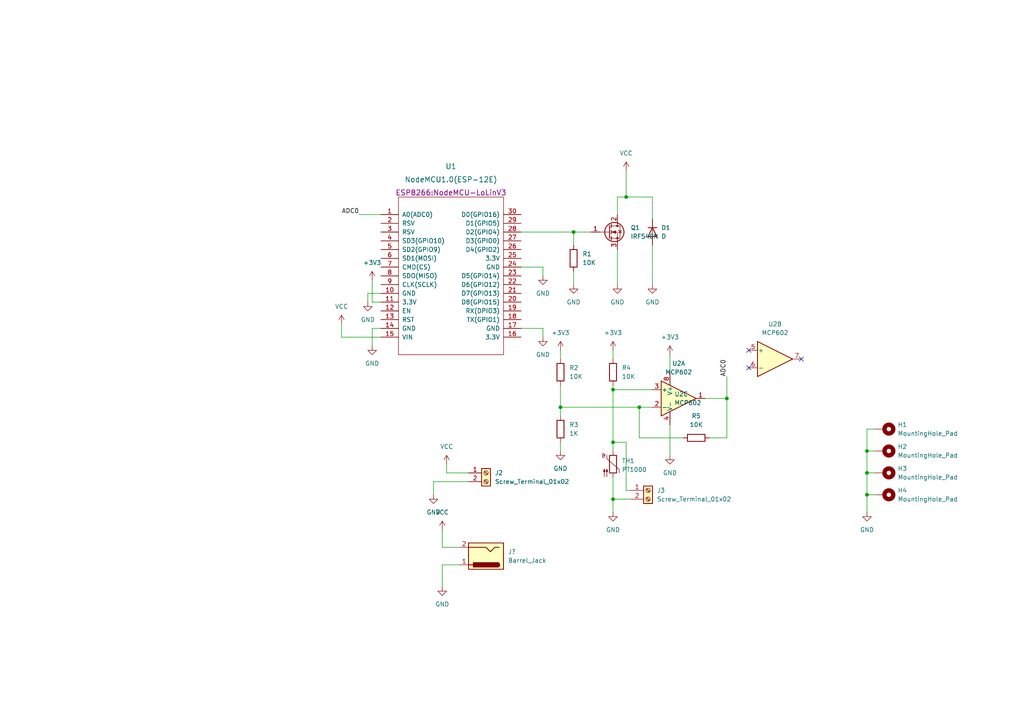
<source format=kicad_sch>
(kicad_sch (version 20211123) (generator eeschema)
  (paper "A4")
  (lib_symbols
    (symbol "Amplifier_Operational:MCP602" (pin_names (offset 0.127))
      (property "Reference" "U" (at 0 5.08 0))
      (property "Value" "MCP602" (at 0 -5.08 0))
      (symbol "MCP602_1_1"
        (polyline (pts (xy -5.08 5.08) (xy 5.08 0) (xy -5.08 -5.08) (xy -5.08 5.08)) (stroke (width 0.254)) (fill (type background)))
        (pin output line (at 7.62 0 180) (length 2.54) (name "~") (number "1"))
        (pin input line (at -7.62 -2.54 0) (length 2.54) (name "-") (number "2"))
        (pin input line (at -7.62 2.54 0) (length 2.54) (name "+") (number "3"))
      )
      (symbol "MCP602_2_1"
        (polyline (pts (xy -5.08 5.08) (xy 5.08 0) (xy -5.08 -5.08) (xy -5.08 5.08)) (stroke (width 0.254)) (fill (type background)))
        (pin input line (at -7.62 2.54 0) (length 2.54) (name "+") (number "5"))
        (pin input line (at -7.62 -2.54 0) (length 2.54) (name "-") (number "6"))
        (pin output line (at 7.62 0 180) (length 2.54) (name "~") (number "7"))
      )
      (symbol "MCP602_3_1"
        (pin power_in line (at -2.54 -7.62 90) (length 3.81) (name "V-") (number "4"))
        (pin power_in line (at -2.54 7.62 270) (length 3.81) (name "V+") (number "8"))
      )
    )
    (symbol "Connector:Barrel_Jack" (pin_names (offset 1.016))
      (property "Reference" "J" (at 0 5.334 0))
      (property "Value" "Barrel_Jack" (at 0 -5.08 0))
      (symbol "Barrel_Jack_0_1"
        (rectangle (start -5.08 3.81) (end 5.08 -3.81) (stroke (width 0.254)) (fill (type background)))
        (arc (start -3.302 3.175) (mid -3.937 2.54) (end -3.302 1.905) (stroke (width 0.254)))
        (arc (start -3.302 3.175) (mid -3.937 2.54) (end -3.302 1.905) (stroke (width 0.254)) (fill (type outline)))
        (polyline (pts (xy 5.08 2.54) (xy 3.81 2.54)) (stroke (width 0.254)))
        (polyline (pts (xy -3.81 -2.54) (xy -2.54 -2.54) (xy -1.27 -1.27) (xy 0 -2.54) (xy 2.54 -2.54) (xy 5.08 -2.54)) (stroke (width 0.254)))
        (rectangle (start 3.683 3.175) (end -3.302 1.905) (stroke (width 0.254)) (fill (type outline)))
      )
      (symbol "Barrel_Jack_1_1"
        (pin passive line (at 7.62 2.54 180) (length 2.54) (name "~") (number "1"))
        (pin passive line (at 7.62 -2.54 180) (length 2.54) (name "~") (number "2"))
      )
    )
    (symbol "Connector:Screw_Terminal_01x02" (pin_names (offset 1.016) hide)
      (property "Reference" "J" (at 0 2.54 0))
      (property "Value" "Screw_Terminal_01x02" (at 0 -5.08 0))
      (symbol "Screw_Terminal_01x02_1_1"
        (rectangle (start -1.27 1.27) (end 1.27 -3.81) (stroke (width 0.254)) (fill (type background)))
        (circle (center 0 -2.54) (radius 0.635) (stroke (width 0.1524)))
        (polyline (pts (xy -0.5334 -2.2098) (xy 0.3302 -3.048)) (stroke (width 0.1524)))
        (polyline (pts (xy -0.5334 0.3302) (xy 0.3302 -0.508)) (stroke (width 0.1524)))
        (polyline (pts (xy -0.3556 -2.032) (xy 0.508 -2.8702)) (stroke (width 0.1524)))
        (polyline (pts (xy -0.3556 0.508) (xy 0.508 -0.3302)) (stroke (width 0.1524)))
        (circle (center 0 0) (radius 0.635) (stroke (width 0.1524)))
        (pin passive line (at -5.08 0 0) (length 3.81) (name "Pin_1") (number "1"))
        (pin passive line (at -5.08 -2.54 0) (length 3.81) (name "Pin_2") (number "2"))
      )
    )
    (symbol "Device:D" (pin_numbers hide) (pin_names (offset 1.016) hide)
      (property "Reference" "D" (at 0 2.54 0))
      (property "Value" "D" (at 0 -2.54 0))
      (symbol "D_0_1"
        (polyline (pts (xy -1.27 1.27) (xy -1.27 -1.27)) (stroke (width 0.254)))
        (polyline (pts (xy 1.27 0) (xy -1.27 0)))
        (polyline (pts (xy 1.27 1.27) (xy 1.27 -1.27) (xy -1.27 0) (xy 1.27 1.27)) (stroke (width 0.254)))
      )
      (symbol "D_1_1"
        (pin passive line (at -3.81 0 0) (length 2.54) (name "K") (number "1"))
        (pin passive line (at 3.81 0 180) (length 2.54) (name "A") (number "2"))
      )
    )
    (symbol "Device:R" (pin_numbers hide) (pin_names (offset 0))
      (property "Reference" "R" (at 2.032 0 90))
      (property "Value" "R" (at 0 0 90))
      (symbol "R_0_1"
        (rectangle (start -1.016 -2.54) (end 1.016 2.54) (stroke (width 0.254)))
      )
      (symbol "R_1_1"
        (pin passive line (at 0 3.81 270) (length 1.27) (name "~") (number "1"))
        (pin passive line (at 0 -3.81 90) (length 1.27) (name "~") (number "2"))
      )
    )
    (symbol "ESP8266:NodeMCU1.0(ESP-12E)" (pin_names (offset 1.016))
      (property "Reference" "U" (at 0 21.59 0))
      (property "Value" "NodeMCU1.0(ESP-12E)" (at 0 -21.59 0))
      (symbol "NodeMCU1.0(ESP-12E)_0_1"
        (rectangle (start -15.24 -22.86) (end 15.24 22.86))
      )
      (symbol "NodeMCU1.0(ESP-12E)_1_1"
        (pin input line (at -20.32 17.78 0) (length 5.08) (name "A0(ADC0)") (number "1"))
        (pin input line (at -20.32 -5.08 0) (length 5.08) (name "GND") (number "10"))
        (pin input line (at -20.32 -7.62 0) (length 5.08) (name "3.3V") (number "11"))
        (pin input line (at -20.32 -10.16 0) (length 5.08) (name "EN") (number "12"))
        (pin input line (at -20.32 -12.7 0) (length 5.08) (name "RST") (number "13"))
        (pin input line (at -20.32 -15.24 0) (length 5.08) (name "GND") (number "14"))
        (pin input line (at -20.32 -17.78 0) (length 5.08) (name "VIN") (number "15"))
        (pin input line (at 20.32 -17.78 180) (length 5.08) (name "3.3V") (number "16"))
        (pin input line (at 20.32 -15.24 180) (length 5.08) (name "GND") (number "17"))
        (pin input line (at 20.32 -12.7 180) (length 5.08) (name "TX(GPIO1)") (number "18"))
        (pin input line (at 20.32 -10.16 180) (length 5.08) (name "RX(DPIO3)") (number "19"))
        (pin input line (at -20.32 15.24 0) (length 5.08) (name "RSV") (number "2"))
        (pin input line (at 20.32 -7.62 180) (length 5.08) (name "D8(GPIO15)") (number "20"))
        (pin input line (at 20.32 -5.08 180) (length 5.08) (name "D7(GPIO13)") (number "21"))
        (pin input line (at 20.32 -2.54 180) (length 5.08) (name "D6(GPIO12)") (number "22"))
        (pin input line (at 20.32 0 180) (length 5.08) (name "D5(GPIO14)") (number "23"))
        (pin input line (at 20.32 2.54 180) (length 5.08) (name "GND") (number "24"))
        (pin input line (at 20.32 5.08 180) (length 5.08) (name "3.3V") (number "25"))
        (pin input line (at 20.32 7.62 180) (length 5.08) (name "D4(GPIO2)") (number "26"))
        (pin input line (at 20.32 10.16 180) (length 5.08) (name "D3(GPIO0)") (number "27"))
        (pin input line (at 20.32 12.7 180) (length 5.08) (name "D2(GPIO4)") (number "28"))
        (pin input line (at 20.32 15.24 180) (length 5.08) (name "D1(GPIO5)") (number "29"))
        (pin input line (at -20.32 12.7 0) (length 5.08) (name "RSV") (number "3"))
        (pin input line (at 20.32 17.78 180) (length 5.08) (name "D0(GPIO16)") (number "30"))
        (pin input line (at -20.32 10.16 0) (length 5.08) (name "SD3(GPIO10)") (number "4"))
        (pin input line (at -20.32 7.62 0) (length 5.08) (name "SD2(GPIO9)") (number "5"))
        (pin input line (at -20.32 5.08 0) (length 5.08) (name "SD1(MOSI)") (number "6"))
        (pin input line (at -20.32 2.54 0) (length 5.08) (name "CMD(CS)") (number "7"))
        (pin input line (at -20.32 0 0) (length 5.08) (name "SDO(MISO)") (number "8"))
        (pin input line (at -20.32 -2.54 0) (length 5.08) (name "CLK(SCLK)") (number "9"))
      )
    )
    (symbol "Mechanical:MountingHole_Pad" (pin_numbers hide) (pin_names (offset 1.016) hide)
      (property "Reference" "H" (at 0 6.35 0))
      (property "Value" "MountingHole_Pad" (at 0 4.445 0))
      (symbol "MountingHole_Pad_0_1"
        (circle (center 0 1.27) (radius 1.27) (stroke (width 1.27)))
      )
      (symbol "MountingHole_Pad_1_1"
        (pin input line (at 0 -2.54 90) (length 2.54) (name "1") (number "1"))
      )
    )
    (symbol "Sensor_Temperature:PT1000" (pin_numbers hide) (pin_names (offset 0))
      (property "Reference" "TH" (at -4.445 0 90))
      (property "Value" "PT1000" (at 3.175 0 90))
      (symbol "PT1000_0_1"
        (arc (start -3.048 2.159) (mid -3.0495 2.3143) (end -3.175 2.413))
        (arc (start -3.048 2.159) (mid -2.9736 1.9794) (end -2.794 1.905))
        (arc (start -3.048 2.794) (mid -2.9736 2.6144) (end -2.794 2.54))
        (arc (start -2.794 1.905) (mid -2.6144 1.9794) (end -2.54 2.159))
        (arc (start -2.794 2.54) (mid -2.4393 2.5587) (end -2.159 2.794))
        (arc (start -2.794 3.048) (mid -2.9736 2.9736) (end -3.048 2.794))
        (arc (start -2.54 2.794) (mid -2.6144 2.9736) (end -2.794 3.048))
        (rectangle (start -1.016 2.54) (end 1.016 -2.54) (stroke (width 0.254)))
        (polyline (pts (xy -2.54 2.159) (xy -2.54 2.794)))
        (polyline (pts (xy -1.778 2.54) (xy -1.778 1.524) (xy 1.778 -1.524) (xy 1.778 -2.54)))
        (polyline (pts (xy -2.54 -3.683) (xy -2.54 -1.397) (xy -2.794 -2.159) (xy -2.286 -2.159) (xy -2.54 -1.397) (xy -2.54 -1.651)) (fill (type outline)))
        (polyline (pts (xy -1.778 -3.683) (xy -1.778 -1.397) (xy -2.032 -2.159) (xy -1.524 -2.159) (xy -1.778 -1.397) (xy -1.778 -1.651)) (fill (type outline)))
      )
      (symbol "PT1000_1_1"
        (pin passive line (at 0 3.81 270) (length 1.27) (name "~") (number "1"))
        (pin passive line (at 0 -3.81 90) (length 1.27) (name "~") (number "2"))
      )
    )
    (symbol "Transistor_FET:IRF540N" (pin_names hide)
      (property "Reference" "Q" (at 6.35 1.905 0))
      (property "Value" "IRF540N" (at 6.35 0 0))
      (symbol "IRF540N_0_1"
        (polyline (pts (xy 0.254 0) (xy -2.54 0)))
        (polyline (pts (xy 0.254 1.905) (xy 0.254 -1.905)) (stroke (width 0.254)))
        (polyline (pts (xy 0.762 -1.27) (xy 0.762 -2.286)) (stroke (width 0.254)))
        (polyline (pts (xy 0.762 0.508) (xy 0.762 -0.508)) (stroke (width 0.254)))
        (polyline (pts (xy 0.762 2.286) (xy 0.762 1.27)) (stroke (width 0.254)))
        (polyline (pts (xy 2.54 2.54) (xy 2.54 1.778)))
        (polyline (pts (xy 2.54 -2.54) (xy 2.54 0) (xy 0.762 0)))
        (polyline (pts (xy 0.762 -1.778) (xy 3.302 -1.778) (xy 3.302 1.778) (xy 0.762 1.778)))
        (polyline (pts (xy 1.016 0) (xy 2.032 0.381) (xy 2.032 -0.381) (xy 1.016 0)) (fill (type outline)))
        (polyline (pts (xy 2.794 0.508) (xy 2.921 0.381) (xy 3.683 0.381) (xy 3.81 0.254)))
        (polyline (pts (xy 3.302 0.381) (xy 2.921 -0.254) (xy 3.683 -0.254) (xy 3.302 0.381)))
        (circle (center 1.651 0) (radius 2.794) (stroke (width 0.254)))
        (circle (center 2.54 -1.778) (radius 0.254) (fill (type outline)))
        (circle (center 2.54 1.778) (radius 0.254) (fill (type outline)))
      )
      (symbol "IRF540N_1_1"
        (pin input line (at -5.08 0 0) (length 2.54) (name "G") (number "1"))
        (pin passive line (at 2.54 5.08 270) (length 2.54) (name "D") (number "2"))
        (pin passive line (at 2.54 -5.08 90) (length 2.54) (name "S") (number "3"))
      )
    )
    (symbol "power:+3V3" (power) (pin_names (offset 0))
      (property "Value" "+3V3" (at 0 3.556 0))
      (symbol "+3V3_0_1"
        (polyline (pts (xy -0.762 1.27) (xy 0 2.54)))
        (polyline (pts (xy 0 0) (xy 0 2.54)))
        (polyline (pts (xy 0 2.54) (xy 0.762 1.27)))
      )
      (symbol "+3V3_1_1"
        (pin power_in line (at 0 0 90) (length 0) hide (name "+3V3") (number "1"))
      )
    )
    (symbol "power:GND" (power) (pin_names (offset 0))
      (property "Value" "GND" (at 0 -3.81 0))
      (symbol "GND_0_1"
        (polyline (pts (xy 0 0) (xy 0 -1.27) (xy 1.27 -1.27) (xy 0 -2.54) (xy -1.27 -1.27) (xy 0 -1.27)))
      )
      (symbol "GND_1_1"
        (pin power_in line (at 0 0 270) (length 0) hide (name "GND") (number "1"))
      )
    )
    (symbol "power:VCC" (power) (pin_names (offset 0))
      (property "Value" "VCC" (at 0 3.81 0))
      (symbol "VCC_0_1"
        (polyline (pts (xy -0.762 1.27) (xy 0 2.54)))
        (polyline (pts (xy 0 0) (xy 0 2.54)))
        (polyline (pts (xy 0 2.54) (xy 0.762 1.27)))
      )
      (symbol "VCC_1_1"
        (pin power_in line (at 0 0 90) (length 0) hide (name "VCC") (number "1"))
      )
    )
  )
  (junction (at 177.8 128.27))
  (junction (at 162.56 118.11))
  (junction (at 251.46 137.16))
  (junction (at 210.82 115.57))
  (junction (at 181.61 57.15))
  (junction (at 177.8 113.03))
  (junction (at 185.42 118.11))
  (junction (at 251.46 143.51))
  (junction (at 177.8 144.78))
  (junction (at 251.46 130.81))
  (junction (at 166.37 67.31))
  (no_connect (at 217.17 101.6))
  (no_connect (at 217.17 106.68))
  (no_connect (at 232.41 104.14))
  (wire (pts (xy 166.37 78.74) (xy 166.37 82.55)))
  (wire (pts (xy 171.45 67.31) (xy 166.37 67.31)))
  (wire (pts (xy 177.8 111.76) (xy 177.8 113.03)))
  (wire (pts (xy 151.13 67.31) (xy 166.37 67.31)))
  (wire (pts (xy 181.61 57.15) (xy 189.23 57.15)))
  (wire (pts (xy 162.56 118.11) (xy 185.42 118.11)))
  (wire (pts (xy 177.8 144.78) (xy 182.88 144.78)))
  (wire (pts (xy 251.46 143.51) (xy 251.46 137.16)))
  (wire (pts (xy 125.73 139.7) (xy 125.73 143.51)))
  (wire (pts (xy 99.06 93.98) (xy 99.06 97.79)))
  (wire (pts (xy 251.46 143.51) (xy 254 143.51)))
  (wire (pts (xy 128.27 158.75) (xy 133.35 158.75)))
  (wire (pts (xy 181.61 142.24) (xy 181.61 128.27)))
  (wire (pts (xy 185.42 118.11) (xy 189.23 118.11)))
  (wire (pts (xy 251.46 130.81) (xy 254 130.81)))
  (wire (pts (xy 177.8 144.78) (xy 177.8 148.59)))
  (wire (pts (xy 251.46 124.46) (xy 254 124.46)))
  (wire (pts (xy 181.61 49.53) (xy 181.61 57.15)))
  (wire (pts (xy 128.27 170.18) (xy 128.27 163.83)))
  (wire (pts (xy 179.07 57.15) (xy 181.61 57.15)))
  (wire (pts (xy 157.48 80.01) (xy 157.48 77.47)))
  (wire (pts (xy 106.68 85.09) (xy 110.49 85.09)))
  (wire (pts (xy 166.37 67.31) (xy 166.37 71.12)))
  (wire (pts (xy 251.46 137.16) (xy 251.46 130.81)))
  (wire (pts (xy 162.56 118.11) (xy 162.56 120.65)))
  (wire (pts (xy 210.82 115.57) (xy 210.82 127)))
  (wire (pts (xy 177.8 138.43) (xy 177.8 144.78)))
  (wire (pts (xy 107.95 100.33) (xy 107.95 95.25)))
  (wire (pts (xy 104.14 62.23) (xy 110.49 62.23)))
  (wire (pts (xy 189.23 71.12) (xy 189.23 82.55)))
  (wire (pts (xy 177.8 101.6) (xy 177.8 104.14)))
  (wire (pts (xy 129.54 134.62) (xy 129.54 137.16)))
  (wire (pts (xy 181.61 128.27) (xy 177.8 128.27)))
  (wire (pts (xy 177.8 128.27) (xy 177.8 130.81)))
  (wire (pts (xy 135.89 139.7) (xy 125.73 139.7)))
  (wire (pts (xy 129.54 137.16) (xy 135.89 137.16)))
  (wire (pts (xy 251.46 130.81) (xy 251.46 124.46)))
  (wire (pts (xy 107.95 87.63) (xy 110.49 87.63)))
  (wire (pts (xy 198.12 127) (xy 185.42 127)))
  (wire (pts (xy 210.82 109.22) (xy 210.82 115.57)))
  (wire (pts (xy 189.23 57.15) (xy 189.23 63.5)))
  (wire (pts (xy 185.42 127) (xy 185.42 118.11)))
  (wire (pts (xy 106.68 87.63) (xy 106.68 85.09)))
  (wire (pts (xy 177.8 113.03) (xy 189.23 113.03)))
  (wire (pts (xy 162.56 128.27) (xy 162.56 130.81)))
  (wire (pts (xy 107.95 81.28) (xy 107.95 87.63)))
  (wire (pts (xy 128.27 153.67) (xy 128.27 158.75)))
  (wire (pts (xy 162.56 101.6) (xy 162.56 104.14)))
  (wire (pts (xy 179.07 62.23) (xy 179.07 57.15)))
  (wire (pts (xy 194.31 102.87) (xy 194.31 107.95)))
  (wire (pts (xy 157.48 77.47) (xy 151.13 77.47)))
  (wire (pts (xy 99.06 97.79) (xy 110.49 97.79)))
  (wire (pts (xy 194.31 123.19) (xy 194.31 132.08)))
  (wire (pts (xy 128.27 163.83) (xy 133.35 163.83)))
  (wire (pts (xy 204.47 115.57) (xy 210.82 115.57)))
  (wire (pts (xy 162.56 111.76) (xy 162.56 118.11)))
  (wire (pts (xy 107.95 95.25) (xy 110.49 95.25)))
  (wire (pts (xy 182.88 142.24) (xy 181.61 142.24)))
  (wire (pts (xy 177.8 113.03) (xy 177.8 128.27)))
  (wire (pts (xy 251.46 137.16) (xy 254 137.16)))
  (wire (pts (xy 179.07 72.39) (xy 179.07 82.55)))
  (wire (pts (xy 251.46 148.59) (xy 251.46 143.51)))
  (wire (pts (xy 210.82 127) (xy 205.74 127)))
  (wire (pts (xy 157.48 97.79) (xy 157.48 95.25)))
  (wire (pts (xy 157.48 95.25) (xy 151.13 95.25)))
  (label "ADC0" (at 104.14 62.23 180))
  (label "ADC0" (at 210.82 109.22 90))
  (symbol (lib_id "power:VCC") (at 129.54 134.62 0) (unit 1)
    (property "Reference" "#PWR0105" (effects hide))
    (property "Value" "VCC" (at 129.54 129.54 0))
  )
  (symbol (lib_id "Device:R") (at 162.56 124.46 0) (unit 1)
    (property "Reference" "R3" (at 165.1 123.1899 0) (effects (justify left)))
    (property "Value" "1K" (at 165.1 125.7299 0) (effects (justify left)))
    (property "Footprint" "Resistor_THT:R_Axial_DIN0207_L6.3mm_D2.5mm_P7.62mm_Horizontal" (effects hide))
  )
  (symbol (lib_id "Connector:Screw_Terminal_01x02") (at 187.96 142.24 0) (unit 1)
    (property "Reference" "J3" (at 190.5 142.2399 0) (effects (justify left)))
    (property "Value" "Screw_Terminal_01x02" (at 190.5 144.7799 0) (effects (justify left)))
    (property "Footprint" "TerminalBlock_Phoenix:TerminalBlock_Phoenix_MKDS-1,5-2-5.08_1x02_P5.08mm_Horizontal" (effects hide))
  )
  (symbol (lib_id "Device:R") (at 162.56 107.95 0) (unit 1)
    (property "Reference" "R2" (at 165.1 106.6799 0) (effects (justify left)))
    (property "Value" "10K" (at 165.1 109.2199 0) (effects (justify left)))
    (property "Footprint" "Resistor_THT:R_Axial_DIN0207_L6.3mm_D2.5mm_P7.62mm_Horizontal" (effects hide))
  )
  (symbol (lib_id "power:+3V3") (at 177.8 101.6 0) (unit 1)
    (property "Reference" "#PWR0114" (effects hide))
    (property "Value" "+3V3" (at 177.8 96.52 0))
  )
  (symbol (lib_id "power:GND") (at 107.95 100.33 0) (unit 1)
    (property "Reference" "#PWR0106" (effects hide))
    (property "Value" "GND" (at 107.95 105.41 0))
  )
  (symbol (lib_id "power:+3V3") (at 107.95 81.28 0) (unit 1)
    (property "Reference" "#PWR0111" (effects hide))
    (property "Value" "+3V3" (at 107.95 76.2 0))
  )
  (symbol (lib_id "power:GND") (at 194.31 132.08 0) (unit 1)
    (property "Reference" "#PWR0116" (effects hide))
    (property "Value" "GND" (at 194.31 137.16 0))
  )
  (symbol (lib_id "Sensor_Temperature:PT1000") (at 177.8 134.62 0) (unit 1)
    (property "Reference" "TH1" (at 180.34 133.6674 0) (effects (justify left)))
    (property "Value" "PT1000" (at 180.34 136.2074 0) (effects (justify left)))
    (property "Footprint" "Package_TO_SOT_THT:TO-92-2" (effects hide))
    (property "Datasheet" "https://www.heraeus.com/media/media/group/doc_group/products_1/hst/sot_to/de_15/to_92_d.pdf" (effects hide))
  )
  (symbol (lib_id "Mechanical:MountingHole_Pad") (at 256.54 137.16 270) (unit 1)
    (property "Reference" "H3" (at 260.35 135.8899 90) (effects (justify left)))
    (property "Value" "MountingHole_Pad" (at 260.35 138.4299 90) (effects (justify left)))
    (property "Footprint" "MountingHole:MountingHole_3.2mm_M3_Pad_Via" (effects hide))
  )
  (symbol (lib_id "Mechanical:MountingHole_Pad") (at 256.54 124.46 270) (unit 1)
    (property "Reference" "H1" (at 260.35 123.1899 90) (effects (justify left)))
    (property "Value" "MountingHole_Pad" (at 260.35 125.7299 90) (effects (justify left)))
    (property "Footprint" "MountingHole:MountingHole_3.2mm_M3_Pad_Via" (effects hide))
  )
  (symbol (lib_id "power:GND") (at 162.56 130.81 0) (unit 1)
    (property "Reference" "#PWR0112" (effects hide))
    (property "Value" "GND" (at 162.56 135.89 0))
  )
  (symbol (lib_id "Device:R") (at 201.93 127 90) (unit 1)
    (property "Reference" "R5" (at 201.93 120.65 90))
    (property "Value" "10K" (at 201.93 123.19 90))
    (property "Footprint" "Resistor_THT:R_Axial_DIN0207_L6.3mm_D2.5mm_P7.62mm_Horizontal" (effects hide))
  )
  (symbol (lib_id "Device:R") (at 177.8 107.95 0) (unit 1)
    (property "Reference" "R4" (at 180.34 106.6799 0) (effects (justify left)))
    (property "Value" "10K" (at 180.34 109.2199 0) (effects (justify left)))
    (property "Footprint" "Resistor_THT:R_Axial_DIN0207_L6.3mm_D2.5mm_P7.62mm_Horizontal" (effects hide))
  )
  (symbol (lib_id "power:VCC") (at 128.27 153.67 0) (unit 1)
    (property "Reference" "#PWR?" (effects hide))
    (property "Value" "VCC" (at 128.27 148.59 0))
  )
  (symbol (lib_id "power:GND") (at 128.27 170.18 0) (unit 1)
    (property "Reference" "#PWR?" (effects hide))
    (property "Value" "GND" (at 128.27 175.26 0))
  )
  (symbol (lib_id "Connector:Screw_Terminal_01x02") (at 140.97 137.16 0) (unit 1)
    (property "Reference" "J2" (at 143.51 137.1599 0) (effects (justify left)))
    (property "Value" "Screw_Terminal_01x02" (at 143.51 139.6999 0) (effects (justify left)))
    (property "Footprint" "TerminalBlock_Phoenix:TerminalBlock_Phoenix_MKDS-1,5-2-5.08_1x02_P5.08mm_Horizontal" (effects hide))
  )
  (symbol (lib_id "power:GND") (at 106.68 87.63 0) (unit 1)
    (property "Reference" "#PWR0107" (effects hide))
    (property "Value" "GND" (at 106.68 92.71 0))
  )
  (symbol (lib_id "power:VCC") (at 181.61 49.53 0) (unit 1)
    (property "Reference" "#PWR0104" (effects hide))
    (property "Value" "VCC" (at 181.61 44.45 0))
  )
  (symbol (lib_id "power:GND") (at 157.48 97.79 0) (unit 1)
    (property "Reference" "#PWR0108" (effects hide))
    (property "Value" "GND" (at 157.48 102.87 0))
  )
  (symbol (lib_id "ESP8266:NodeMCU1.0(ESP-12E)") (at 130.81 80.01 0) (unit 1)
    (property "Reference" "U1" (at 130.81 48.26 0) (effects (font (size 1.524 1.524))))
    (property "Value" "NodeMCU1.0(ESP-12E)" (at 130.81 52.07 0) (effects (font (size 1.524 1.524))))
    (property "Footprint" "ESP8266:NodeMCU-LoLinV3" (at 130.81 55.88 0) (effects (font (size 1.524 1.524))))
  )
  (symbol (lib_id "power:+3V3") (at 194.31 102.87 0) (unit 1)
    (property "Reference" "#PWR0115" (effects hide))
    (property "Value" "+3V3" (at 194.31 97.79 0))
  )
  (symbol (lib_id "power:GND") (at 189.23 82.55 0) (unit 1)
    (property "Reference" "#PWR0103" (effects hide))
    (property "Value" "GND" (at 189.23 87.63 0))
  )
  (symbol (lib_id "Mechanical:MountingHole_Pad") (at 256.54 143.51 270) (unit 1)
    (property "Reference" "H4" (at 260.35 142.2399 90) (effects (justify left)))
    (property "Value" "MountingHole_Pad" (at 260.35 144.7799 90) (effects (justify left)))
    (property "Footprint" "MountingHole:MountingHole_3.2mm_M3_Pad_Via" (effects hide))
  )
  (symbol (lib_id "power:GND") (at 251.46 148.59 0) (unit 1)
    (property "Reference" "#PWR0119" (effects hide))
    (property "Value" "GND" (at 251.46 153.67 0))
  )
  (symbol (lib_id "power:VCC") (at 99.06 93.98 0) (unit 1)
    (property "Reference" "#PWR0118" (effects hide))
    (property "Value" "VCC" (at 99.06 88.9 0))
  )
  (symbol (lib_id "Device:D") (at 189.23 67.31 270) (unit 1)
    (property "Reference" "D1" (at 191.77 66.0399 90) (effects (justify left)))
    (property "Value" "D" (at 191.77 68.5799 90) (effects (justify left)))
    (property "Footprint" "Diode_THT:D_DO-35_SOD27_P7.62mm_Horizontal" (effects hide))
  )
  (symbol (lib_id "power:+3V3") (at 162.56 101.6 0) (unit 1)
    (property "Reference" "#PWR0110" (effects hide))
    (property "Value" "+3V3" (at 162.56 96.52 0))
  )
  (symbol (lib_id "power:GND") (at 177.8 148.59 0) (unit 1)
    (property "Reference" "#PWR0113" (effects hide))
    (property "Value" "GND" (at 177.8 153.67 0))
  )
  (symbol (lib_id "Transistor_FET:IRF540N") (at 176.53 67.31 0) (unit 1)
    (property "Reference" "Q1" (at 182.88 66.0399 0) (effects (justify left)))
    (property "Value" "IRF540N" (at 182.88 68.5799 0) (effects (justify left)))
    (property "Footprint" "Package_TO_SOT_THT:TO-220-3_Vertical" (effects hide))
    (property "Datasheet" "http://www.irf.com/product-info/datasheets/data/irf540n.pdf" (effects hide))
  )
  (symbol (lib_id "Device:R") (at 166.37 74.93 0) (unit 1)
    (property "Reference" "R1" (at 168.91 73.6599 0) (effects (justify left)))
    (property "Value" "10K" (at 168.91 76.1999 0) (effects (justify left)))
    (property "Footprint" "Resistor_THT:R_Axial_DIN0207_L6.3mm_D2.5mm_P7.62mm_Horizontal" (effects hide))
  )
  (symbol (lib_id "Amplifier_Operational:MCP602") (at 196.85 115.57 0) (unit 1)
    (property "Reference" "U2" (at 196.85 105.41 0))
    (property "Value" "MCP602" (at 196.85 107.95 0))
    (property "Footprint" "Package_DIP:DIP-8_W7.62mm_LongPads" (effects hide))
    (property "Datasheet" "http://ww1.microchip.com/downloads/en/DeviceDoc/21314g.pdf" (effects hide))
  )
  (symbol (lib_id "Amplifier_Operational:MCP602") (at 196.85 115.57 0) (unit 3)
    (property "Reference" "U2" (at 195.58 114.2999 0) (effects (justify left)))
    (property "Value" "MCP602" (at 195.58 116.8399 0) (effects (justify left)))
    (property "Footprint" "Package_DIP:DIP-8_W7.62mm_LongPads" (effects hide))
    (property "Datasheet" "http://ww1.microchip.com/downloads/en/DeviceDoc/21314g.pdf" (effects hide))
  )
  (symbol (lib_id "Connector:Barrel_Jack") (at 140.97 161.29 180) (unit 1)
    (property "Reference" "J?" (at 147.32 160.0199 0) (effects (justify right)))
    (property "Value" "Barrel_Jack" (at 147.32 162.5599 0) (effects (justify right)))
  )
  (symbol (lib_id "power:GND") (at 157.48 80.01 0) (unit 1)
    (property "Reference" "#PWR0109" (effects hide))
    (property "Value" "GND" (at 157.48 85.09 0))
  )
  (symbol (lib_id "Mechanical:MountingHole_Pad") (at 256.54 130.81 270) (unit 1)
    (property "Reference" "H2" (at 260.35 129.5399 90) (effects (justify left)))
    (property "Value" "MountingHole_Pad" (at 260.35 132.0799 90) (effects (justify left)))
    (property "Footprint" "MountingHole:MountingHole_3.2mm_M3_Pad_Via" (effects hide))
  )
  (symbol (lib_id "power:GND") (at 125.73 143.51 0) (unit 1)
    (property "Reference" "#PWR0117" (effects hide))
    (property "Value" "GND" (at 125.73 148.59 0))
  )
  (symbol (lib_id "Amplifier_Operational:MCP602") (at 224.79 104.14 0) (unit 2)
    (property "Reference" "U2" (at 224.79 93.98 0))
    (property "Value" "MCP602" (at 224.79 96.52 0))
    (property "Footprint" "Package_DIP:DIP-8_W7.62mm_LongPads" (effects hide))
    (property "Datasheet" "http://ww1.microchip.com/downloads/en/DeviceDoc/21314g.pdf" (effects hide))
  )
  (symbol (lib_id "power:GND") (at 166.37 82.55 0) (unit 1)
    (property "Reference" "#PWR0101" (effects hide))
    (property "Value" "GND" (at 166.37 87.63 0))
  )
  (symbol (lib_id "power:GND") (at 179.07 82.55 0) (unit 1)
    (property "Reference" "#PWR0102" (effects hide))
    (property "Value" "GND" (at 179.07 87.63 0))
  )
)
</source>
